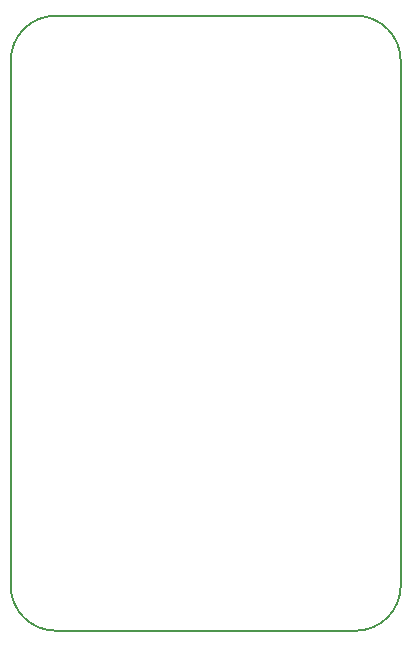
<source format=gbr>
%TF.GenerationSoftware,KiCad,Pcbnew,5.1.6*%
%TF.CreationDate,2020-10-29T14:33:52+01:00*%
%TF.ProjectId,Grove-SCD30,47726f76-652d-4534-9344-33302e6b6963,rev?*%
%TF.SameCoordinates,Original*%
%TF.FileFunction,Profile,NP*%
%FSLAX46Y46*%
G04 Gerber Fmt 4.6, Leading zero omitted, Abs format (unit mm)*
G04 Created by KiCad (PCBNEW 5.1.6) date 2020-10-29 14:33:52*
%MOMM*%
%LPD*%
G01*
G04 APERTURE LIST*
%TA.AperFunction,Profile*%
%ADD10C,0.150000*%
%TD*%
G04 APERTURE END LIST*
D10*
X169164000Y-99695000D02*
G75*
G02*
X165354000Y-103505000I-3810000J0D01*
G01*
X139954000Y-103505000D02*
G75*
G02*
X136144000Y-99695000I0J3810000D01*
G01*
X136144000Y-55245000D02*
G75*
G02*
X139954000Y-51435000I3810000J0D01*
G01*
X165354000Y-51435000D02*
G75*
G02*
X169164000Y-55245000I0J-3810000D01*
G01*
X136144000Y-55245000D02*
X136144000Y-99695000D01*
X165354000Y-103505000D02*
X139954000Y-103505000D01*
X169164000Y-55245000D02*
X169164000Y-99695000D01*
X139954000Y-51435000D02*
X165354000Y-51435000D01*
M02*

</source>
